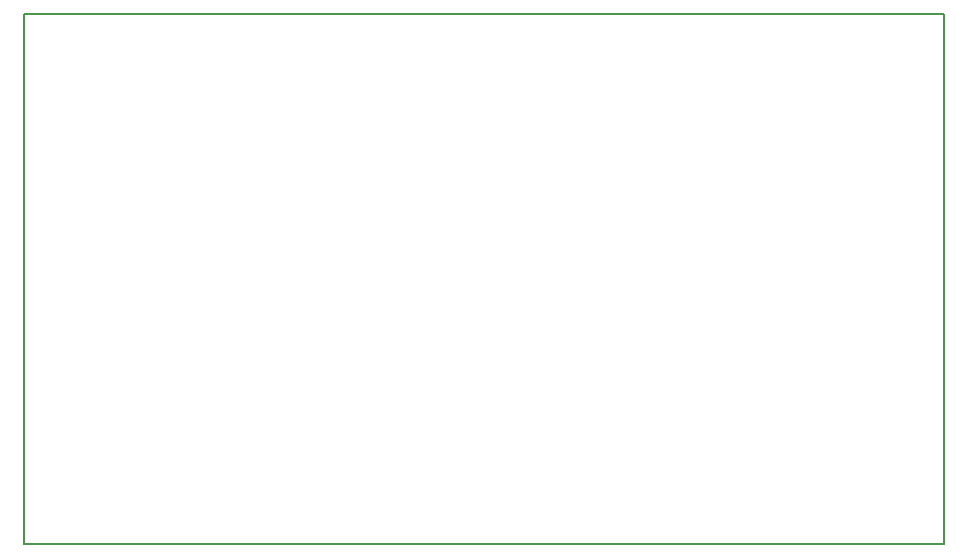
<source format=gbo>
G04 MADE WITH FRITZING*
G04 WWW.FRITZING.ORG*
G04 DOUBLE SIDED*
G04 HOLES PLATED*
G04 CONTOUR ON CENTER OF CONTOUR VECTOR*
%ASAXBY*%
%FSLAX23Y23*%
%MOIN*%
%OFA0B0*%
%SFA1.0B1.0*%
%ADD10R,3.073600X1.776090X3.057600X1.760090*%
%ADD11C,0.008000*%
%LNSILK0*%
G90*
G70*
G54D11*
X4Y1772D02*
X3070Y1772D01*
X3070Y4D01*
X4Y4D01*
X4Y1772D01*
D02*
G04 End of Silk0*
M02*
</source>
